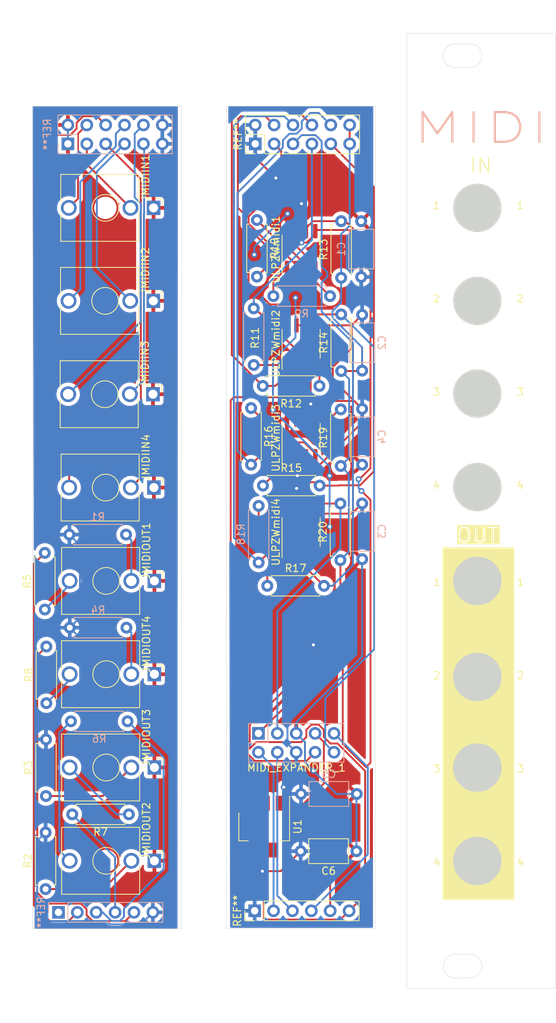
<source format=kicad_pcb>
(kicad_pcb (version 20221018) (generator pcbnew)
  (layers (0 "F.Cu" signal) (31 "B.Cu" signal) (34 "B.Paste" user) (35 "F.Paste" user) (36 "B.SilkS" user "B.Silkscreen") (37 "F.SilkS" user "F.Silkscreen") (38 "B.Mask" user) (39 "F.Mask" user) (44 "Edge.Cuts" user))
  (net 0 "")
  (net 1 "+5V")
  (net 2 "GND")
  (net 3 "MIDI_1_RX")
  (net 4 "MIDI_1_TX")
  (net 5 "MIDI_2_RX")
  (net 6 "MIDI_2_TX")
  (net 7 "MIDI_3_RX")
  (net 8 "MIDI_3_TX")
  (net 9 "MIDI_4_RX")
  (net 10 "MIDI_4_TX")
  (net 11 "+3V3")
  (net 12 "Net-(ULPZWmidi1-A1)")
  (net 13 "MIDI_IN_R_1")
  (net 14 "Net-(ULPZWmidi1-A2)")
  (net 15 "MIDI_IN_T_1")
  (net 16 "Net-(ULPZWmidi2-A1)")
  (net 17 "MIDI_IN_R_2")
  (net 18 "Net-(ULPZWmidi2-A2)")
  (net 19 "MIDI_IN_T_2")
  (net 20 "Net-(ULPZWmidi3-A1)")
  (net 21 "MIDI_IN_R_4")
  (net 22 "Net-(ULPZWmidi3-A2)")
  (net 23 "MIDI_IN_T_4")
  (net 24 "Net-(ULPZWmidi4-A1)")
  (net 25 "MIDI_IN_R_3")
  (net 26 "Net-(ULPZWmidi4-A2)")
  (net 27 "MIDI_IN_T_3")
  (net 28 "Net-(JMIDIOUT1-PadR)")
  (net 29 "Net-(JMIDIOUT1-PadT)")
  (net 30 "Net-(JMIDIOUT2-PadR)")
  (net 31 "Net-(JMIDIOUT2-PadT)")
  (net 32 "Net-(JMIDIOUT3-PadR)")
  (net 33 "Net-(JMIDIOUT3-PadT)")
  (net 34 "Net-(JMIDIOUT4-PadR)")
  (net 35 "Net-(JMIDIOUT4-PadT)")
  (footprint "Connector_PinHeader_2.54mm:PinHeader_2x06_P2.54mm_Vertical" (layer "F.Cu") (at 204.0382 55.1688 90)
    (fp_text reference "REF**")
    (fp_text value "PinHeader_2x06_P2.54mm_Vertical")
  )
  (footprint "doctea:Jack_3.5mm_QingPu_WQP-PJ398SM_TRS_Vertical_CircularHoles" (layer "F.Cu") (at 190.3326 76.294977 -90)
    (fp_text reference "JMIDIIN2")
    (fp_text value "MIDI In Jack 3.5mm stereo jack")
  )
  (footprint "doctea:Jack_3.5mm_QingPu_WQP-PJ398SM_TRS_Vertical_CircularHoles" (layer "F.Cu") (at 190.3626 63.78 -90)
    (fp_text reference "JMIDIIN1")
    (fp_text value "MIDI In Jack 3.5mm stereo jack")
  )
  (footprint "doctea:Jack_3.5mm_QingPu_WQP-PJ398SM_TRS_Vertical_CircularHoles" (layer "F.Cu") (at 190.4758 151.638 -90)
    (fp_text reference "JMIDIOUT2")
    (fp_text value "MIDI In Jack 3.5mm stereo jack")
  )
  (footprint "Package_SO:SOIC-8_3.9x4.9mm_P1.27mm" (layer "F.Cu") (at 210.2104 82.060972 90)
    (fp_text reference "ULPZWmidi2")
    (fp_text value "HCPL-0631")
  )
  (footprint "doctea:Jack_3.5mm_QingPu_WQP-PJ398SM_TRS_Vertical_CircularHoles" (layer "F.Cu") (at 190.4758 126.52943 -90)
    (fp_text reference "JMIDIOUT4")
    (fp_text value "MIDI In Jack 3.5mm stereo jack")
  )
  (footprint "Connector_PinHeader_2.54mm:PinHeader_1x06_P2.54mm_Vertical" (layer "F.Cu") (at 203.962 158.369 90)
    (fp_text reference "REF**")
    (fp_text value "PinHeader_1x06_P2.54mm_Vertical")
  )
  (footprint "Resistor_THT:R_Axial_DIN0207_L6.3mm_D2.5mm_P7.62mm_Horizontal" (layer "F.Cu") (at 215.4936 111.187458 90)
    (fp_text reference "R20")
    (fp_text value "470R")
  )
  (footprint "Capacitor_THT:C_Axial_L5.1mm_D3.1mm_P7.50mm_Horizontal" (layer "F.Cu") (at 217.6526 150.3426 180)
    (fp_text reference "C6")
    (fp_text value "100n")
  )
  (footprint "Resistor_THT:R_Axial_DIN0207_L6.3mm_D2.5mm_P7.62mm_Horizontal" (layer "F.Cu") (at 215.5952 73.189058 90)
    (fp_text reference "R13")
    (fp_text value "470R")
  )
  (footprint "Resistor_THT:R_Axial_DIN0207_L6.3mm_D2.5mm_P7.62mm_Horizontal" (layer "F.Cu") (at 175.895 142.9258 90)
    (fp_text reference "R3")
    (fp_text value "47R")
  )
  (footprint "Resistor_THT:R_Axial_DIN0207_L6.3mm_D2.5mm_P7.62mm_Horizontal" (layer "F.Cu") (at 205.6638 114.641858)
    (fp_text reference "R17")
    (fp_text value "220R")
  )
  (footprint "Package_SO:SOIC-8_3.9x4.9mm_P1.27mm" (layer "F.Cu") (at 210.2104 107.4024 90)
    (fp_text reference "ULPZWmidi4")
    (fp_text value "HCPL-0631")
  )
  (footprint "Resistor_THT:R_Axial_DIN0207_L6.3mm_D2.5mm_P7.62mm_Horizontal" (layer "F.Cu") (at 212.6742 87.743258 180)
    (fp_text reference "R12")
    (fp_text value "220R")
  )
  (footprint "Resistor_THT:R_Axial_DIN0207_L6.3mm_D2.5mm_P7.62mm_Horizontal" (layer "F.Cu") (at 175.9458 130.429 90)
    (fp_text reference "R8")
    (fp_text value "47R")
  )
  (footprint "Resistor_THT:R_Axial_DIN0207_L6.3mm_D2.5mm_P7.62mm_Horizontal" (layer "F.Cu") (at 204.2668 65.416658 -90)
    (fp_text reference "R10")
    (fp_text value "220R")
  )
  (footprint "Resistor_THT:R_Axial_DIN0207_L6.3mm_D2.5mm_P7.62mm_Horizontal" (layer "F.Cu") (at 215.5444 98.512858 90)
    (fp_text reference "R19")
    (fp_text value "470R")
  )
  (footprint "doctea:Jack_3.5mm_QingPu_WQP-PJ398SM_TRS_Vertical_CircularHoles" (layer "F.Cu") (at 190.41 101.416651 -90)
    (fp_text reference "JMIDIIN4")
    (fp_text value "MIDI In Jack 3.5mm stereo jack")
  )
  (footprint "Resistor_THT:R_Axial_DIN0207_L6.3mm_D2.5mm_P7.62mm_Horizontal" (layer "F.Cu") (at 175.8442 155.448 90)
    (fp_text reference "R2")
    (fp_text value "47R")
  )
  (footprint "doctea:Jack_3.5mm_QingPu_WQP-PJ398SM_TRS_Vertical_CircularHoles" (layer "F.Cu") (at 190.4758 139.083715 -90)
    (fp_text reference "JMIDIOUT3")
    (fp_text value "MIDI In Jack 3.5mm stereo jack")
  )
  (footprint "Package_SO:SOIC-8_3.9x4.9mm_P1.27mm" (layer "F.Cu") (at 210.2104 69.390258 90)
    (fp_text reference "ULPZWmidi1")
    (fp_text value "HCPL-0631")
  )
  (footprint "Resistor_THT:R_Axial_DIN0207_L6.3mm_D2.5mm_P7.62mm_Horizontal" (layer "F.Cu") (at 187.0456 145.3896 180)
    (fp_text reference "R7")
    (fp_text value "47R")
  )
  (footprint "doctea:Jack_3.5mm_QingPu_WQP-PJ398SM_TRS_Vertical_CircularHoles" (layer "F.Cu") (at 190.2826 88.855814 -90)
    (fp_text reference "JMIDIIN3")
    (fp_text value "MIDI In Jack 3.5mm stereo jack")
  )
  (footprint "Resistor_THT:R_Axial_DIN0207_L6.3mm_D2.5mm_P7.62mm_Horizontal" (layer "F.Cu") (at 205.0796 101.154458)
    (fp_text reference "R15")
    (fp_text value "220R")
  )
  (footprint "Package_SO:SOIC-8_3.9x4.9mm_P1.27mm" (layer "F.Cu") (at 210.2104 94.731686 90)
    (fp_text reference "ULPZWmidi3")
    (fp_text value "HCPL-0631")
  )
  (footprint "Package_TO_SOT_SMD:SOT-223-3_TabPin2" (layer "F.Cu") (at 205.2434 147.041 -90)
    (fp_text reference "U1")
    (fp_text value "LD1117")
  )
  (footprint "Resistor_THT:R_Axial_DIN0207_L6.3mm_D2.5mm_P7.62mm_Horizontal" (layer "F.Cu") (at 175.7426 117.8306 90)
    (fp_text reference "R5")
    (fp_text value "47R")
  )
  (footprint "doctea:Jack_3.5mm_QingPu_WQP-PJ398SM_TRS_Vertical_CircularHoles" (layer "F.Cu") (at 190.4758 113.975145 -90)
    (fp_text reference "JMIDIOUT1")
    (fp_text value "MIDI In Jack 3.5mm stereo jack")
  )
  (footprint "Resistor_THT:R_Axial_DIN0207_L6.3mm_D2.5mm_P7.62mm_Horizontal" (layer "F.Cu") (at 203.4794 90.715058 -90)
    (fp_text reference "R16")
    (fp_text value "220R")
  )
  (footprint "Resistor_THT:R_Axial_DIN0207_L6.3mm_D2.5mm_P7.62mm_Horizontal" (layer "F.Cu") (at 215.5952 85.736658 90)
    (fp_text reference "R14")
    (fp_text value "470R")
  )
  (footprint "Resistor_THT:R_Axial_DIN0207_L6.3mm_D2.5mm_P7.62mm_Horizontal" (layer "B.Cu") (at 206.4766 75.652858)
    (fp_text reference "R9")
    (fp_text value "220R")
  )
  (footprint "Connector_PinSocket_2.54mm:PinSocket_2x06_P2.54mm_Vertical" (layer "B.Cu") (at 178.8414 55.1688 -90)
    (fp_text reference "REF**")
    (fp_text value "PinSocket_2x06_P2.54mm_Vertical")
  )
  (footprint "Capacitor_THT:C_Axial_L5.1mm_D3.1mm_P7.50mm_Horizontal" (layer "B.Cu") (at 218.4146 85.676658 90)
    (fp_text reference "C2")
    (fp_text value "100nF")
  )
  (footprint "Resistor_THT:R_Axial_DIN0207_L6.3mm_D2.5mm_P7.62mm_Horizontal" (layer "B.Cu") (at 204.4954 103.886 -90)
    (fp_text reference "R18")
    (fp_text value "220R")
  )
  (footprint "Capacitor_THT:C_Axial_L5.1mm_D3.1mm_P7.50mm_Horizontal" (layer "B.Cu") (at 217.6942 142.6464 180)
    (fp_text reference "C5")
    (fp_text value "100n")
  )
  (footprint "Connector_PinHeader_2.54mm:PinHeader_1x06_P2.54mm_Vertical" (layer "B.Cu") (at 177.5714 158.5722 -90)
    (fp_text reference "REF**")
    (fp_text value "PinHeader_1x06_P2.54mm_Vertical")
  )
  (footprint "Resistor_THT:R_Axial_DIN0207_L6.3mm_D2.5mm_P7.62mm_Horizontal" (layer "B.Cu") (at 186.6646 107.7468 180)
    (fp_text reference "R1")
    (fp_text value "47R")
  )
  (footprint "Resistor_THT:R_Axial_DIN0207_L6.3mm_D2.5mm_P7.62mm_Horizontal" (layer "B.Cu") (at 186.7154 120.269 180)
    (fp_text reference "R4")
    (fp_text value "47R")
  )
  (footprint "Capacitor_THT:C_Axial_L5.1mm_D3.1mm_P7.50mm_Horizontal" (layer "B.Cu") (at 218.4146 98.335058 90)
    (fp_text reference "C4")
    (fp_text value "100n")
  )
  (footprint "Connector_PinHeader_2.54mm:PinHeader_2x05_P2.54mm_Vertical" (layer "B.Cu") (at 204.47 134.493 -90)
    (fp_text reference "MIDI_EXPANDER_1")
    (fp_text value "Conn_02x05_Counter_Clockwise")
  )
  (footprint "Capacitor_THT:C_Axial_L5.1mm_D3.1mm_P7.50mm_Horizontal" (layer "B.Cu") (at 218.2876 65.578258 -90)
    (fp_text reference "C1")
    (fp_text value "100nF")
  )
  (footprint "Resistor_THT:R_Axial_DIN0207_L6.3mm_D2.5mm_P7.62mm_Horizontal" (layer "B.Cu") (at 203.835 84.923858 90)
    (fp_text reference "R11")
    (fp_text value "220R")
  )
  (footprint "Resistor_THT:R_Axial_DIN0207_L6.3mm_D2.5mm_P7.62mm_Horizontal" (layer "B.Cu") (at 179.2478 132.8674)
    (fp_text reference "R6")
    (fp_text value "47R")
  )
  (footprint "Capacitor_THT:C_Axial_L5.1mm_D3.1mm_P7.50mm_Horizontal" (layer "B.Cu") (at 218.4146 111.051258 90)
    (fp_text reference "C3")
    (fp_text value "100n")
  )
  (gr_rect (start 229.2858 109.5248) (end 238.8108 156.8196) (stroke (width 0.12)) (fill solid) (layer "F.SilkS"))
  (gr_line (start 194.1006 50.1142) (end 174.1006 50.1142) (stroke (width 0.05)) (layer "Edge.Cuts"))
  (gr_line (start 232.9242 164.2098) (end 230.9242 164.2098) (stroke (width 0.05)) (layer "Edge.Cuts"))
  (gr_line (start 244.4242 168.8098) (end 244.4242 40.3098) (stroke (width 0.05)) (layer "Edge.Cuts"))
  (gr_circle (center 233.9086 63.78) (end 237.141492 63.78) (stroke (width 0.05)) (fill solid) (layer "Edge.Cuts"))
  (gr_line (start 200.1538 160.7693) (end 220.1538 160.7693) (stroke (width 0.05)) (layer "Edge.Cuts"))
  (gr_circle (center 233.9086 88.7666) (end 237.141492 88.7666) (stroke (width 0.05)) (fill solid) (layer "Edge.Cuts"))
  (gr_line (start 244.4242 40.3098) (end 224.4242 40.3098) (stroke (width 0.05)) (layer "Edge.Cuts"))
  (gr_line (start 194.0738 160.782) (end 194.1006 50.1142) (stroke (width 0.05)) (layer "Edge.Cuts"))
  (gr_line (start 174.1006 50.1142) (end 174.0738 160.782) (stroke (width 0.05)) (layer "Edge.Cuts"))
  (gr_line (start 232.9242 41.7098) (end 230.9242 41.7098) (stroke (width 0.05)) (layer "Edge.Cuts"))
  (gr_line (start 220.1538 160.7693) (end 220.1806 50.1015) (stroke (width 0.05)) (layer "Edge.Cuts"))
  (gr_circle (center 233.9086 126.9026) (end 237.141492 126.9026) (stroke (width 0.05)) (fill solid) (layer "Edge.Cuts"))
  (gr_arc (start 230.9242 167.4098) (mid 229.3242 165.8098) (end 230.9242 164.2098) (stroke (width 0.05)) (layer "Edge.Cuts"))
  (gr_arc (start 232.9242 164.2098) (mid 234.5242 165.8098) (end 232.9242 167.4098) (stroke (width 0.05)) (layer "Edge.Cuts"))
  (gr_line (start 224.4242 40.3098) (end 224.4242 168.8098) (stroke (width 0.05)) (layer "Edge.Cuts"))
  (gr_line (start 224.4242 168.8098) (end 244.4242 168.8098) (stroke (width 0.05)) (layer "Edge.Cuts"))
  (gr_line (start 200.1806 50.1015) (end 200.1538 160.7693) (stroke (width 0.05)) (layer "Edge.Cuts"))
  (gr_circle (center 233.9086 139.0994) (end 237.141492 139.0994) (stroke (width 0.05)) (fill solid) (layer "Edge.Cuts"))
  (gr_line (start 230.9242 44.9098) (end 232.9242 44.9098) (stroke (width 0.05)) (layer "Edge.Cuts"))
  (gr_circle (center 233.9086 76.294508) (end 237.141492 76.294508) (stroke (width 0.05)) (fill solid) (layer "Edge.Cuts"))
  (gr_circle (center 233.9086 113.9778) (end 237.141492 113.9778) (stroke (width 0.05)) (fill solid) (layer "Edge.Cuts"))
  (gr_arc (start 232.9242 41.7098) (mid 234.5242 43.3098) (end 232.9242 44.9098) (stroke (width 0.05)) (layer "Edge.Cuts"))
  (gr_line (start 220.1806 50.1015) (end 200.1806 50.1015) (stroke (width 0.05)) (layer "Edge.Cuts"))
  (gr_circle (center 233.9086 101.346) (end 237.141492 101.346) (stroke (width 0.05)) (fill solid) (layer "Edge.Cuts"))
  (gr_line (start 174.0738 160.782) (end 194.0738 160.782) (stroke (width 0.05)) (layer "Edge.Cuts"))
  (gr_arc (start 230.9242 44.9098) (mid 229.3242 43.3098) (end 230.9242 41.7098) (stroke (width 0.05)) (layer "Edge.Cuts"))
  (gr_line (start 230.9242 167.4098) (end 232.9242 167.4098) (stroke (width 0.05)) (layer "Edge.Cuts"))
  (gr_circle (center 233.9086 151.66) (end 237.141492 151.66) (stroke (width 0.05)) (fill solid) (layer "Edge.Cuts"))
  (gr_text "MIDI" (at 224.917 55.3974) (layer "B.SilkS") (effects (font (size 4 6) (thickness 0.3) bold) (justify left bottom)))
  (gr_text "4\n" (at 227.838 101.697971) (layer "F.SilkS") (effects (font (size 1 1)) (justify left bottom)))
  (gr_text "4\n" (at 239.141 152.4) (layer "F.SilkS") (effects (font (size 1 1)) (justify left bottom)))
  (gr_text "2" (at 239.0902 76.588257) (layer "F.SilkS") (effects (font (size 1 1)) (justify left bottom)))
  (gr_text "3\n" (at 227.838 89.143114) (layer "F.SilkS") (effects (font (size 1 1)) (justify left bottom)))
  (gr_text "2" (at 239.141 127.290286) (layer "F.SilkS") (effects (font (size 1 1)) (justify left bottom)))
  (gr_text "OUT" (at 231.013 109.0168) (layer "F.SilkS" knockout) (effects (font (size 2 2)) (justify left bottom)))
  (gr_text "1" (at 227.838 64.0334) (layer "F.SilkS") (effects (font (size 1 1)) (justify left bottom)))
  (gr_text "4\n" (at 239.0902 101.697971) (layer "F.SilkS") (effects (font (size 1 1)) (justify left bottom)))
  (gr_text "4\n" (at 227.8888 152.4) (layer "F.SilkS") (effects (font (size 1 1)) (justify left bottom)))
  (gr_text "1" (at 239.141 114.735429) (layer "F.SilkS") (effects (font (size 1 1)) (justify left bottom)))
  (gr_text "1" (at 227.8888 114.735429) (layer "F.SilkS") (effects (font (size 1 1)) (justify left bottom)))
  (gr_text "2" (at 227.838 76.588257) (layer "F.SilkS") (effects (font (size 1 1)) (justify left bottom)))
  (gr_text "2" (at 227.8888 127.290286) (layer "F.SilkS") (effects (font (size 1 1)) (justify left bottom)))
  (gr_text "1" (at 239.0902 64.0334) (layer "F.SilkS") (effects (font (size 1 1)) (justify left bottom)))
  (gr_text "3\n" (at 227.8888 139.845143) (layer "F.SilkS") (effects (font (size 1 1)) (justify left bottom)))
  (gr_text "3\n" (at 239.0902 89.143114) (layer "F.SilkS") (effects (font (size 1 1)) (justify left bottom)))
  (gr_text "IN" (at 232.7656 59.2582) (layer "F.SilkS") (effects (font (size 2 2)) (justify left bottom)))
  (gr_text "3\n" (at 239.141 139.845143) (layer "F.SilkS") (effects (font (size 1 1)) (justify left bottom)))
  (segment (start 202.9434 143.891) (end 207.3122 139.5222) (width 0.25) (layer "F.Cu") (net 1))
  (segment (start 206.010609 76.777858) (end 203.1418 73.909049) (width 0.25) (layer "F.Cu") (net 1))
  (segment (start 208.540342 76.777858) (end 206.010609 76.777858) (width 0.25) (layer "F.Cu") (net 1))
  (segment (start 208.3816 66.839058) (end 208.3054 66.915258) (width 0.25) (layer "F.Cu") (net 1))
  (segment (start 218.4146 111.051258) (end 214.040243 106.676901) (width 0.25) (layer "F.Cu") (net 1))
  (segment (start 216.927658 99.822) (end 214.040243 99.822) (width 0.25) (layer "F.Cu") (net 1))
  (segment (start 208.911901 106.676901) (end 208.3054 106.0704) (width 0.25) (layer "F.Cu") (net 1))
  (segment (start 209.4484 75.8698) (end 208.540342 76.777858) (width 0.25) (layer "F.Cu") (net 1))
  (segment (start 208.3816 64.5668) (end 208.3816 66.839058) (width 0.25) (layer "F.Cu") (net 1))
  (segment (start 218.4146 98.335058) (end 216.927658 99.822) (width 0.25) (layer "F.Cu") (net 1))
  (segment (start 208.3054 106.0704) (end 208.3054 104.9274) (width 0.25) (layer "F.Cu") (net 1))
  (segment (start 207.699686 92.256686) (end 206.4258 90.9828) (width 0.25) (layer "F.Cu") (net 1))
  (segment (start 208.3054 79.585972) (end 208.3054 77.0128) (width 0.25) (layer "F.Cu") (net 1))
  (segment (start 208.3054 77.0128) (end 209.4484 75.8698) (width 0.25) (layer "F.Cu") (net 1))
  (segment (start 203.1418 70.848) (end 203.9112 70.0786) (width 0.25) (layer "F.Cu") (net 1))
  (segment (start 214.040243 106.676901) (end 208.911901 106.676901) (width 0.25) (layer "F.Cu") (net 1))
  (segment (start 207.3122 139.5222) (end 211.861399 139.5222) (width 0.25) (layer "F.Cu") (net 1))
  (segment (start 203.1418 73.909049) (end 203.1418 70.848) (width 0.25) (layer "F.Cu") (net 1))
  (segment (start 208.3054 92.256686) (end 207.699686 92.256686) (width 0.25) (layer "F.Cu") (net 1))
  (via (at 209.4484 75.8698) (size 0.8) (drill 0.4) (layers "F.Cu" "B.Cu") (net 1))
  (via (at 203.9112 70.0786) (size 0.8) (drill 0.4) (layers "F.Cu" "B.Cu") (net 1))
  (via (at 214.040243 106.676901) (size 0.8) (drill 0.4) (layers "F.Cu" "B.Cu") (net 1))
  (via (at 211.861399 139.5222) (size 0.8) (drill 0.4) (layers "F.Cu" "B.Cu") (net 1))
  (via (at 208.3816 64.5668) (size 0.8) (drill 0.4) (layers "F.Cu" "B.Cu") (net 1))
  (via (at 206.4258 90.9828) (size 0.8) (drill 0.4) (layers "F.Cu" "B.Cu") (net 1))
  (via (at 214.040243 99.822) (size 0.8) (drill 0.4) (layers "F.Cu" "B.Cu") (net 1))
  (segment (start 214.040243 99.822) (end 214.040243 98.597243) (width 0.25) (layer "B.Cu") (net 1))
  (segment (start 203.9112 70.0786) (end 203.9112 69.0372) (width 0.25) (layer "B.Cu") (net 1))
  (segment (start 218.4146 124.15451) (end 209.55 133.01911) (width 0.25) (layer "B.Cu") (net 1))
  (segment (start 210.725 138.385801) (end 210.725 135.668) (width 0.25) (layer "B.Cu") (net 1))
  (segment (start 209.55 133.01911) (end 209.55 134.493) (width 0.25) (layer "B.Cu") (net 1))
  (segment (start 214.040243 106.676901) (end 214.040243 99.822) (width 0.25) (layer "B.Cu") (net 1))
  (segment (start 210.725 135.668) (end 209.55 134.493) (width 0.25) (layer "B.Cu") (net 1))
  (segment (start 214.040243 98.597243) (end 206.4258 90.9828) (width 0.25) (layer "B.Cu") (net 1))
  (segment (start 203.9112 69.0372) (end 208.3816 64.5668) (width 0.25) (layer "B.Cu") (net 1))
  (segment (start 218.4146 111.051258) (end 218.4146 124.15451) (width 0.25) (layer "B.Cu") (net 1))
  (segment (start 217.6526 150.3426) (end 217.6526 142.688) (width 0.25) (layer "B.Cu") (net 1))
  (segment (start 214.985599 142.6464) (end 211.861399 139.5222) (width 0.25) (layer "B.Cu") (net 1))
  (segment (start 217.6942 142.6464) (end 214.985599 142.6464) (width 0.25) (layer "B.Cu") (net 1))
  (segment (start 206.4258 90.9828) (end 206.4258 84.2518) (width 0.25) (layer "B.Cu") (net 1))
  (segment (start 209.4484 81.2292) (end 209.4484 75.8698) (width 0.25) (layer "B.Cu") (net 1))
  (segment (start 211.861399 139.5222) (end 210.725 138.385801) (width 0.25) (layer "B.Cu") (net 1))
  (segment (start 206.4258 84.2518) (end 209.4484 81.2292) (width 0.25) (layer "B.Cu") (net 1))
  (segment (start 212.1154 90.7796) (end 211.5058 90.17) (width 0.25) (layer "F.Cu") (net 2))
  (segment (start 218.4146 103.551258) (end 217.038458 104.9274) (width 0.25) (layer "F.Cu") (net 2))
  (segment (start 208.9504 105.949151) (end 208.9504 102.172065) (width 0.25) (layer "F.Cu") (net 2))
  (segment (start 212.1154 105.304151) (end 211.192151 106.2274) (width 0.25) (layer "F.Cu") (net 2))
  (segment (start 212.1154 92.256686) (end 212.1154 90.7796) (width 0.25) (layer "F.Cu") (net 2))
  (segment (start 218.4146 92.6592) (end 211.2518 99.822) (width 0.25) (layer "F.Cu") (net 2))
  (segment (start 218.2876 68.32531) (end 216.721189 66.758899) (width 0.25) (layer "F.Cu") (net 2))
  (segment (start 211.4904 80.210972) (end 212.1154 79.585972) (width 0.25) (layer "F.Cu") (net 2))
  (segment (start 210.1526 150.3426) (end 207.4602 153.035) (width 0.25) (layer "F.Cu") (net 2))
  (segment (start 210.1526 146.5002) (end 207.5434 143.891) (width 0.25) (layer "F.Cu") (net 2))
  (segment (start 212.1154 92.256686) (end 212.1154 91.1352) (width 0.25) (layer "F.Cu") (net 2))
  (segment (start 217.3474 89.767858) (end 213.482742 89.767858) (width 0.25) (layer "F.Cu") (net 2))
  (segment (start 208.9504 102.172065) (end 209.597509 101.524956) (width 0.25) (layer "F.Cu") (net 2))
  (segment (start 211.5058 90.17) (end 211.4904 90.1546) (width 0.25) (layer "F.Cu") (net 2))
  (segment (start 204.0382 55.1688) (end 204.0382 56.9976) (width 0.25) (layer "F.Cu") (net 2))
  (segment (start 216.721189 66.758899) (end 212.280959 66.758899) (width 0.25) (layer "F.Cu") (net 2))
  (segment (start 218.4146 90.835058) (end 218.4146 92.6592) (width 0.25) (layer "F.Cu") (net 2))
  (segment (start 214.4702 86.890658) (end 218.4146 90.835058) (width 0.25) (layer "F.Cu") (net 2))
  (segment (start 217.005286 82.676353) (end 214.4702 85.211439) (width 0.25) (layer "F.Cu") (net 2))
  (segment (start 214.4702 85.211439) (end 214.4702 86.890658) (width 0.25) (layer "F.Cu") (net 2))
  (segment (start 217.038458 104.9274) (end 212.1154 104.9274) (width 0.25) (layer "F.Cu") (net 2))
  (segment (start 217.005286 79.585972) (end 217.005286 82.676353) (width 0.25) (layer "F.Cu") (net 2))
  (segment (start 218.4146 90.835058) (end 217.3474 89.767858) (width 0.25) (layer "F.Cu") (net 2))
  (segment (start 212.1154 67.292009) (end 212.1154 66.915258) (width 0.25) (layer "F.Cu") (net 2))
  (segment (start 212.1154 91.1352) (end 213.482742 89.767858) (width 0.25) (layer "F.Cu") (net 2))
  (segment (start 211.2518 99.822) (end 209.7024 99.822) (width 0.25) (layer "F.Cu") (net 2))
  (segment (start 190.49 122.6666) (end 190.5 122.6566) (width 0.25) (layer "F.Cu") (net 2))
  (segment (start 207.8736 141.732) (end 207.8736 143.5608) (width 0.25) (layer "F.Cu") (net 2))
  (segment (start 217.005286 79.585972) (end 212.1154 79.585972) (width 0.25) (layer "F.Cu") (net 2))
  (segment (start 211.192151 106.2274) (end 209.228649 106.2274) (width 0.25) (layer "F.Cu") (net 2))
  (segment (start 209.228649 106.2274) (end 208.9504 105.949151) (width 0.25) (layer "F.Cu") (net 2))
  (segment (start 211.4904 90.1546) (end 211.4904 80.210972) (width 0.25) (layer "F.Cu") (net 2))
  (segment (start 218.2876 73.078258) (end 218.2876 68.32531) (width 0.25) (layer "F.Cu") (net 2))
  (segment (start 210.2612 68.453) (end 210.954409 68.453) (width 0.25) (layer "F.Cu") (net 2))
  (segment (start 210.954409 68.453) (end 212.1154 67.292009) (width 0.25) (layer "F.Cu") (net 2))
  (segment (start 218.4146 78.176658) (end 217.005286 79.585972) (width 0.25) (layer "F.Cu") (net 2))
  (segment (start 207.4602 153.035) (end 205.0034 153.035) (width 0.25) (layer "F.Cu") (net 2))
  (segment (start 204.0382 56.9976) (end 206.8068 59.7662) (width 0.25) (layer "F.Cu") (net 2))
  (segment (start 212.1154 104.9274) (end 212.1154 105.304151) (width 0.25) (layer "F.Cu") (net 2))
  (segment (start 210.1526 150.3426) (end 210.1526 146.5002) (width 0.25) (layer "F.Cu") (net 2))
  (via (at 207.8736 141.732) (size 0.8) (drill 0.4) (layers "F.Cu" "B.Cu") (net 2))
  (via (at 205.0034 153.035) (size 0.8) (drill 0.4) (layers "F.Cu" "B.Cu") (net 2))
  (via (at 211.8614 122.5804) (size 0.8) (drill 0.4) (layers "F.Cu" "B.Cu") (net 2))
  (via (at 206.8068 59.7662) (size 0.8) (drill 0.4) (layers "F.Cu" "B.Cu") (net 2))
  (via (at 209.7024 99.822) (size 0.8) (drill 0.4) (layers "F.Cu" "B.Cu") (net 2))
  (via (at 203.962 158.369) (size 0.8) (drill 0.4) (layers "F.Cu" "B.Cu") (net 2))
  (via (at 210.2612 68.453) (size 0.8) (drill 0.4) (layers "F.Cu" "B.Cu") (net 2))
  (via (at 211.5058 90.17) (size 0.8) (drill 0.4) (layers "F.Cu" "B.Cu") (net 2))
  (via (at 210.2612 63.2206) (size 0.8) (drill 0.4) (layers "F.Cu" "B.Cu") (net 2))
  (via (at 209.597509 101.524956) (size 0.8) (drill 0.4) (layers "F.Cu" "B.Cu") (net 2))
  (segment (start 209.55 137.033) (end 209.55 140.0556) (width 0.25) (layer "B.Cu") (net 2))
  (segment (start 218.4146 78.176658) (end 218.4146 73.205258) (width 0.25) (layer "B.Cu") (net 2))
  (segment (start 209.55 140.0556) (end 207.8736 141.732) (width 0.25) (layer "B.Cu") (net 2))
  (segment (start 178.8414 52.6288) (end 178.8414 55.1688) (width 0.25) (layer "B.Cu") (net 2))
  (segment (start 208.375 126.0668) (end 211.8614 122.5804) (width 0.25) (layer "B.Cu") (net 2))
  (segment (start 205.0034 153.035) (end 203.962 154.0764) (width 0.25) (layer "B.Cu") (net 2))
  (segment (start 210.2612 63.2206) (end 210.2612 68.453) (width 0.25) (layer "B.Cu") (net 2))
  (segment (start 208.375 135.858) (end 208.375 126.0668) (width 0.25) (layer "B.Cu") (net 2))
  (segment (start 206.8068 59.7662) (end 210.2612 63.2206) (width 0.25) (layer "B.Cu") (net 2))
  (segment (start 203.962 154.0764) (end 203.962 158.369) (width 0.25) (layer "B.Cu") (net 2))
  (segment (start 203.295 157.702) (end 203.962 158.369) (width 0.25) (layer "B.Cu") (net 2))
  (segment (start 208.788 142.6464) (end 207.8736 141.732) (width 0.25) (layer "B.Cu") (net 2))
  (segment (start 218.4146 73.205258) (end 218.2876 73.078258) (width 0.25) (layer "B.Cu") (net 2))
  (segment (start 210.1942 142.6464) (end 208.788 142.6464) (width 0.25) (layer "B.Cu") (net 2))
  (segment (start 209.55 137.033) (end 208.375 135.858) (width 0.25) (layer "B.Cu") (net 2))
  (segment (start 219.5396 138.42329) (end 219.5396 103.08129) (width 0.25) (layer "F.Cu") (net 3))
  (segment (start 204.47 134.493) (end 215.805499 123.157501) (width 0.25) (layer "F.Cu") (net 3))
  (segment (start 215.5952 65.569058) (end 211.814849 65.569058) (width 0.25) (layer "F.Cu") (net 3))
  (segment (start 219.5396 68.94162) (end 216.167038 65.569058) (width 0.25) (layer "F.Cu") (net 3))
  (segment (start 210.8454 66.915258) (end 209.5754 66.915258) (width 0.25) (layer "F.Cu") (net 3))
  (segment (start 217.947749 100.3929) (end 219.5396 98.801049) (width 0.25) (layer "F.Cu") (net 3))
  (segment (start 217.947749 100.3929) (end 217.947749 100.294949) (width 0.25) (layer "F.Cu") (net 3))
  (segment (start 215.805499 123.157501) (end 215.805499 135.911108) (width 0.25) (layer "F.Cu") (net 3))
  (segment (start 217.947749 100.294949) (end 217.932 100.2792) (width 0.25) (layer "F.Cu") (net 3))
  (segment (start 219.5396 103.08129) (end 218.330011 101.871701) (width 0.25) (layer "F.Cu") (net 3))
  (segment (start 218.928641 139.034249) (end 219.5396 138.42329) (width 0.25) (layer "F.Cu") (net 3))
  (segment (start 219.5396 98.801049) (end 219.5396 68.94162) (width 0.25) (layer "F.Cu") (net 3))
  (segment (start 211.814849 65.569058) (end 210.8454 66.538507) (width 0.25) (layer "F.Cu") (net 3))
  (segment (start 215.805499 135.911108) (end 218.928641 139.034249) (width 0.25) (layer "F.Cu") (net 3))
  (via (at 217.932 100.2792) (size 0.8) (drill 0.4) (layers "F.Cu" "B.Cu") (net 3))
  (via (at 218.330011 101.871701) (size 0.8) (drill 0.4) (layers "F.Cu" "B.Cu") (net 3))
  (segment (start 217.932 101.47369) (end 218.330011 101.871701) (width 0.25) (layer "B.Cu") (net 3))
  (segment (start 217.932 100.2792) (end 217.932 101.47369) (width 0.25) (layer "B.Cu") (net 3))
  (segment (start 178.9364 159.7472) (end 180.1114 158.5722) (width 0.25) (layer "F.Cu") (net 4))
  (segment (start 174.269699 157.620499) (end 176.3964 159.7472) (width 0.25) (layer "F.Cu") (net 4))
  (segment (start 175.7426 110.2106) (end 174.269699 111.683501) (width 0.25) (layer "F.Cu") (net 4))
  (segment (start 176.3964 159.7472) (end 178.9364 159.7472) (width 0.25) (layer "F.Cu") (net 4))
  (segment (start 174.269699 111.683501) (end 174.269699 157.620499) (width 0.25) (layer "F.Cu") (net 4))
  (segment (start 206.502 139.065) (end 204.47 137.033) (width 0.25) (layer "B.Cu") (net 4))
  (segment (start 206.502 158.369) (end 206.502 139.065) (width 0.25) (layer "B.Cu") (net 4))
  (segment (start 215.4936 103.567458) (end 211.828591 103.567458) (width 0.25) (layer "F.Cu") (net 5))
  (segment (start 211.828591 103.567458) (end 210.8454 104.550649) (width 0.25) (layer "F.Cu") (net 5))
  (segment (start 210.8454 104.9274) (end 209.5754 104.9274) (width 0.25) (layer "F.Cu") (net 5))
  (segment (start 207.01 134.493) (end 207.01 118.080067) (width 0.25) (layer "B.Cu") (net 5))
  (segment (start 215.4936 109.596467) (end 215.4936 103.567458) (width 0.25) (layer "B.Cu") (net 5))
  (segment (start 207.01 118.080067) (end 215.4936 109.596467) (width 0.25) (layer "B.Cu") (net 5))
  (segment (start 183.529699 158.5722) (end 184.704699 159.7472) (width 0.25) (layer "B.Cu") (net 6))
  (segment (start 182.6514 158.5722) (end 183.529699 158.5722) (width 0.25) (layer "B.Cu") (net 6))
  (segment (start 184.704699 159.7472) (end 185.8198 159.7472) (width 0.25) (layer "B.Cu") (net 6))
  (segment (start 185.8198 159.7472) (end 186.3852 159.1818) (width 0.25) (layer "B.Cu") (net 6))
  (segment (start 186.3852 158.0896) (end 191.7158 152.759) (width 0.25) (layer "B.Cu") (net 6))
  (segment (start 207.01 156.337) (end 207.01 137.033) (width 0.25) (layer "B.Cu") (net 6))
  (segment (start 191.7158 137.7154) (end 186.8678 132.8674) (width 0.25) (layer "B.Cu") (net 6))
  (segment (start 209.042 158.369) (end 207.01 156.337) (width 0.25) (layer "B.Cu") (net 6))
  (segment (start 186.3852 159.1818) (end 186.3852 158.0896) (width 0.25) (layer "B.Cu") (net 6))
  (segment (start 191.7158 152.759) (end 191.7158 137.7154) (width 0.25) (layer "B.Cu") (net 6))
  (segment (start 210.8454 79.585972) (end 209.5754 79.585972) (width 0.25) (layer "F.Cu") (net 7))
  (segment (start 215.5952 78.116658) (end 211.937963 78.116658) (width 0.25) (layer "F.Cu") (net 7))
  (segment (start 211.937963 78.116658) (end 210.8454 79.209221) (width 0.25) (layer "F.Cu") (net 7))
  (segment (start 215.5952 78.116658) (end 220.037807 82.559265) (width 0.25) (layer "B.Cu") (net 7))
  (segment (start 220.037807 123.166993) (end 213.455 129.7498) (width 0.25) (layer "B.Cu") (net 7))
  (segment (start 220.037807 82.559265) (end 220.037807 123.166993) (width 0.25) (layer "B.Cu") (net 7))
  (segment (start 213.455 129.7498) (end 213.455 135.858) (width 0.25) (layer "B.Cu") (net 7))
  (segment (start 213.455 135.858) (end 214.63 137.033) (width 0.25) (layer "B.Cu") (net 7))
  (segment (start 219.1766 150.7744) (end 219.1766 139.0396) (width 0.25) (layer "B.Cu") (net 8))
  (segment (start 211.582 158.369) (end 219.1766 150.7744) (width 0.25) (layer "B.Cu") (net 8))
  (segment (start 185.1914 151.1554) (end 179.4256 145.3896) (width 0.25) (layer "B.Cu") (net 8))
  (segment (start 185.1914 158.5722) (end 185.1914 151.1554) (width 0.25) (layer "B.Cu") (net 8))
  (segment (start 219.1766 139.0396) (end 214.63 134.493) (width 0.25) (layer "B.Cu") (net 8))
  (segment (start 201.168 89.2556) (end 208.2038 89.2556) (width 0.25) (layer "F.Cu") (net 9))
  (segment (start 212.690424 93.556686) (end 211.768649 93.556686) (width 0.25) (layer "F.Cu") (net 9))
  (segment (start 215.354252 90.892858) (end 212.690424 93.556686) (width 0.25) (layer "F.Cu") (net 9))
  (segment (start 215.5444 90.892858) (end 215.354252 90.892858) (width 0.25) (layer "F.Cu") (net 9))
  (segment (start 212.09 137.033) (end 210.915 138.208) (width 0.25) (layer "F.Cu") (net 9))
  (segment (start 210.8454 92.256686) (end 209.5754 92.256686) (width 0.25) (layer "F.Cu") (net 9))
  (segment (start 209.5754 90.6272) (end 209.5754 92.256686) (width 0.25) (layer "F.Cu") (net 9))
  (segment (start 200.7362 134.960901) (end 200.7362 89.6874) (width 0.25) (layer "F.Cu") (net 9))
  (segment (start 211.768649 93.556686) (end 210.8454 92.633437) (width 0.25) (layer "F.Cu") (net 9))
  (segment (start 208.2038 89.2556) (end 209.5754 90.6272) (width 0.25) (layer "F.Cu") (net 9))
  (segment (start 210.915 138.208) (end 203.983299 138.208) (width 0.25) (layer "F.Cu") (net 9))
  (segment (start 200.7362 89.6874) (end 201.168 89.2556) (width 0.25) (layer "F.Cu") (net 9))
  (segment (start 203.983299 138.208) (end 200.7362 134.960901) (width 0.25) (layer "F.Cu") (net 9))
  (segment (start 176.202409 157.3972) (end 180.598101 157.3972) (width 0.25) (layer "F.Cu") (net 10))
  (segment (start 180.598101 157.3972) (end 181.356 158.155099) (width 0.25) (layer "F.Cu") (net 10))
  (segment (start 213.265 135.668) (end 212.09 134.493) (width 0.25) (layer "F.Cu") (net 10))
  (segment (start 174.7192 155.913991) (end 176.202409 157.3972) (width 0.25) (layer "F.Cu") (net 10))
  (segment (start 214.122 158.369) (end 214.122 149.42958) (width 0.25) (layer "F.Cu") (net 10))
  (segment (start 182.183499 159.766) (end 186.5376 159.766) (width 0.25) (layer "F.Cu") (net 10))
  (segment (start 175.9458 122.809) (end 174.7192 124.0356) (width 0.25) (layer "F.Cu") (net 10))
  (segment (start 181.356 158.155099) (end 181.356 158.938501) (width 0.25) (layer "F.Cu") (net 10))
  (segment (start 186.5376 159.766) (end 187.7314 158.5722) (width 0.25) (layer "F.Cu") (net 10))
  (segment (start 181.356 158.938501) (end 182.183499 159.766) (width 0.25) (layer "F.Cu") (net 10))
  (segment (start 209.971798 145.279378) (end 209.971798 144.534622) (width 0.25) (layer "F.Cu") (net 10))
  (segment (start 209.971798 144.534622) (end 213.265 141.24142) (width 0.25) (layer "F.Cu") (net 10))
  (segment (start 174.7192 124.0356) (end 174.7192 155.913991) (width 0.25) (layer "F.Cu") (net 10))
  (segment (start 214.122 149.42958) (end 209.971798 145.279378) (width 0.25) (layer "F.Cu") (net 10))
  (segment (start 213.265 141.24142) (end 213.265 135.668) (width 0.25) (layer "F.Cu") (net 10))
  (segment (start 203.295 136.546299) (end 204.173299 135.668) (width 0.25) (layer "F.Cu") (net 11))
  (segment (start 213.265 134.979701) (end 214.143299 135.858) (width 0.25) (layer "F.Cu") (net 11))
  (segment (start 205.2434 143.891) (end 205.2434 150.191) (width 0.25) (layer "F.Cu") (net 11))
  (segment (start 205.2434 150.191) (end 204.2789 151.1555) (width 0.25) (layer "F.Cu") (net 11))
  (segment (start 214.143299 135.858) (end 215.116701 135.858) (width 0.25) (layer "F.Cu") (net 11))
  (segment (start 203.295 133.318) (end 203.295 136.546299) (width 0.25) (layer "F.Cu") (net 11))
  (segment (start 210.226701 135.668) (end 210.915 134.979701) (width 0.25) (layer "F.Cu") (net 11))
  (segment (start 204.2789 153.58119) (end 205.188899 154.491189) (width 0.25) (layer "F.Cu") (net 11))
  (segment (start 205.188899 159.383099) (end 205.3498 159.544) (width 0.25) (layer "F.Cu") (net 11))
  (segment (start 211.603299 133.318) (end 212.576701 133.318) (width 0.25) (layer "F.Cu") (net 11))
  (segment (start 218.8192 156.2118) (end 216.662 158.369) (width 0.25) (layer "F.Cu") (net 11))
  (segment (start 218.8192 139.560499) (end 218.8192 156.2118) (width 0.25) (layer "F.Cu") (net 11))
  (segment (start 205.3498 159.544) (end 215.487 159.544) (width 0.25) (layer "F.Cu") (net 11))
  (segment (start 215.116701 135.858) (end 218.8192 139.560499) (width 0.25) (layer "F.Cu") (net 11))
  (segment (start 204.2789 151.1555) (end 204.2789 153.58119) (width 0.25) (layer "F.Cu") (net 11))
  (segment (start 210.915 134.006299) (end 211.603299 133.318) (width 0.25) (layer "F.Cu") (net 11))
  (segment (start 204.173299 135.668) (end 210.226701 135.668) (width 0.25) (layer "F.Cu") (net 11))
  (segment (start 213.265 134.006299) (end 213.265 134.979701) (width 0.25) (layer "F.Cu") (net 11))
  (segment (start 215.487 159.544) (end 216.662 158.369) (width 0.25) (layer "F.Cu") (net 11))
  (segment (start 212.576701 133.318) (end 213.265 134.006299) (width 0.25) (layer "F.Cu") (net 11))
  (segment (start 205.188899 154.491189) (end 205.188899 159.383099) (width 0.25) (layer "F.Cu") (net 11))
  (segment (start 215.4936 111.187458) (end 215.4936 121.1194) (width 0.25) (layer "F.Cu") (net 11))
  (segment (start 215.5952 85.736658) (end 218.3546 85.736658) (width 0.25) (layer "F.Cu") (net 11))
  (segment (start 216.7382 55.1688) (end 216.7382 52.6288) (width 0.25) (layer "F.Cu") (net 11))
  (segment (start 215.4936 121.1194) (end 203.295 133.318) (width 0.25) (layer "F.Cu") (net 11))
  (segment (start 210.915 134.979701) (end 210.915 134.006299) (width 0.25) (layer "F.Cu") (net 11))
  (segment (start 216.7382 55.1688) (end 216.7382 66.167) (width 0.25) (layer "B.Cu") (net 11))
  (segment (start 175.895 134.17443) (end 180.4924 129.57703) (width 0.25) (layer "B.Cu") (net 11))
  (segment (start 180.4924 121.666) (end 179.0954 120.269) (width 0.25) (layer "B.Cu") (net 11))
  (segment (start 180.4658 118.8986) (end 179.0954 120.269) (width 0.25) (layer "B.Cu") (net 11))
  (segment (start 216.6694 86.810858) (end 215.5952 85.736658) (width 0.25) (layer "B.Cu") (net 11))
  (segment (start 190.2714 158.5722) (end 188.646899 160.196701) (width 0.25) (layer "B.Cu") (net 11))
  (segment (start 188.646899 160.196701) (end 184.51851 160.196701) (width 0.25) (layer "B.Cu") (net 11))
  (segment (start 215.5952 67.31) (end 215.5952 73.189058) (width 0.25) (layer "B.Cu") (net 11))
  (segment (start 215.5952 76.525667) (end 214.4268 77.694067) (width 0.25) (layer "B.Cu") (net 11))
  (segment (start 216.6186 110.062458) (end 215.4936 111.187458) (width 0.25) (layer "B.Cu") (net 11))
  (segment (start 179.0446 107.7468) (end 180.4658 109.168) (width 0.25) (layer "B.Cu") (net 11))
  (segment (start 216.7382 66.167) (end 215.5952 67.31) (width 0.25) (layer "B.Cu") (net 11))
  (segment (start 215.5444 98.512858) (end 216.6186 99.587058) (width 0.25) (layer "B.Cu") (net 11))
  (segment (start 184.069009 159.7472) (end 175.8762 159.7472) (width 0.25) (layer "B.Cu") (net 11))
  (segment (start 180.4658 109.168) (end 180.4658 118.8986) (width 0.25) (layer "B.Cu") (net 11))
  (segment (start 175.8762 159.7472) (end 174.7192 158.5902) (width 0.25) (layer "B.Cu") (net 11))
  (segment (start 184.51851 160.196701) (end 184.069009 159.7472) (width 0.25) (layer "B.Cu") (net 11))
  (segment (start 214.4268 78.5622) (end 218.4146 82.55) (width 0.25) (layer "B.Cu") (net 11))
  (segment (start 218.4146 82.55) (end 218.4146 85.676658) (width 0.25) (layer "B.Cu") (net 11))
  (segment (start 174.7192 158.5902) (end 174.7192 148.953) (width 0.25) (layer "B.Cu") (net 11))
  (segment (start 215.5952 73.189058) (end 215.5952 76.525667) (width 0.25) (layer "B.Cu") (net 11))
  (segment (start 214.4268 77.694067) (end 214.4268 78.5622) (width 0.25) (layer "B.Cu") (net 11))
  (segment (start 174.7192 148.953) (end 175.8442 147.828) (width 0.25) (layer "B.Cu") (net 11))
  (segment (start 215.5444 98.512858) (end 216.6694 97.387858) (width 0.25) (layer "B.Cu") (net 11))
  (segment (start 180.4924 129.57703) (end 180.4924 121.666) (width 0.25) (layer "B.Cu") (net 11))
  (segment (start 216.6186 99.587058) (end 216.6186 110.062458) (width 0.25) (layer "B.Cu") (net 11))
  (segment (start 175.895 135.3058) (end 175.895 134.17443) (width 0.25) (layer "B.Cu") (net 11))
  (segment (start 216.6694 97.387858) (end 216.6694 86.810858) (width 0.25) (layer "B.Cu") (net 11))
  (segment (start 206.4766 75.652858) (end 206.4766 73.694058) (width 0.25) (layer "F.Cu") (net 12))
  (segment (start 206.4766 73.694058) (end 208.3054 71.865258) (width 0.25) (layer "F.Cu") (net 12))
  (segment (start 214.0966 75.652858) (end 210.8454 72.401658) (width 0.25) (layer "F.Cu") (net 13))
  (segment (start 210.8454 71.488507) (end 208.114693 68.7578) (width 0.25) (layer "F.Cu") (net 13))
  (segment (start 206.016951 68.7578) (end 203.1418 65.882649) (width 0.25) (layer "F.Cu") (net 13))
  (segment (start 207.5313 60.561167) (end 207.5313 56.1219) (width 0.25) (layer "F.Cu") (net 13))
  (segment (start 203.1418 65.882649) (end 203.1418 64.950667) (width 0.25) (layer "F.Cu") (net 13))
  (segment (start 207.5313 56.1219) (end 206.5782 55.1688) (width 0.25) (layer "F.Cu") (net 13))
  (segment (start 208.114693 68.7578) (end 206.016951 68.7578) (width 0.25) (layer "F.Cu") (net 13))
  (segment (start 181.3814 55.1688) (end 181.3814 57.8988) (width 0.25) (layer "F.Cu") (net 13))
  (segment (start 203.1418 64.950667) (end 207.5313 60.561167) (width 0.25) (layer "F.Cu") (net 13))
  (segment (start 181.3814 57.8988) (end 187.2626 63.78) (width 0.25) (layer "F.Cu") (net 13))
  (segment (start 212.1154 71.488507) (end 209.291652 68.664759) (width 0.25) (layer "F.Cu") (net 14))
  (segment (start 208.627501 68.2498) (end 207.099942 68.2498) (width 0.25) (layer "F.Cu") (net 14))
  (segment (start 207.099942 68.2498) (end 204.2668 65.416658) (width 0.25) (layer "F.Cu") (net 14))
  (segment (start 209.04246 68.664759) (end 208.627501 68.2498) (width 0.25) (layer "F.Cu") (net 14))
  (segment (start 209.291652 68.664759) (end 209.04246 68.664759) (width 0.25) (layer "F.Cu") (net 14))
  (segment (start 209.5754 71.488507) (end 207.505093 69.4182) (width 0.25) (layer "F.Cu") (net 15))
  (segment (start 201.7014 51.8414) (end 202.089 51.4538) (width 0.25) (layer "F.Cu") (net 15))
  (segment (start 180.2064 62.5362) (end 178.9626 63.78) (width 0.25) (layer "F.Cu") (net 15))
  (segment (start 202.089 51.4538) (end 205.4032 51.4538) (width 0.25) (layer "F.Cu") (net 15))
  (segment (start 181.3814 52.6288) (end 180.2064 53.8038) (width 0.25) (layer "F.Cu") (net 15))
  (segment (start 207.505093 69.798365) (end 207.505093 69.4182) (width 0.25) (layer "F.Cu") (net 15))
  (segment (start 205.4032 51.4538) (end 206.5782 52.6288) (width 0.25) (layer "F.Cu") (net 15))
  (segment (start 180.2064 53.8038) (end 180.2064 62.5362) (width 0.25) (layer "F.Cu") (net 15))
  (segment (start 202.692299 66.068838) (end 202.692299 64.764478) (width 0.25) (layer "F.Cu") (net 15))
  (segment (start 201.7014 63.773579) (end 201.7014 51.8414) (width 0.25) (layer "F.Cu") (net 15))
  (segment (start 206.041661 69.4182) (end 202.692299 66.068838) (width 0.25) (layer "F.Cu") (net 15))
  (segment (start 207.505093 69.4182) (end 206.041661 69.4182) (width 0.25) (layer "F.Cu") (net 15))
  (segment (start 204.2668 73.036658) (end 207.505093 69.798365) (width 0.25) (layer "F.Cu") (net 15))
  (segment (start 202.692299 64.764478) (end 201.7014 63.773579) (width 0.25) (layer "F.Cu") (net 15))
  (segment (start 203.835 84.923858) (end 207.917514 84.923858) (width 0.25) (layer "F.Cu") (net 16))
  (segment (start 207.917514 84.923858) (end 208.3054 84.535972) (width 0.25) (layer "F.Cu") (net 16))
  (segment (start 210.8454 112.203458) (end 213.2838 114.641858) (width 0.25) (layer "F.Cu") (net 17))
  (segment (start 210.8454 109.8774) (end 210.8454 112.203458) (width 0.25) (layer "F.Cu") (net 17))
  (segment (start 188.6526 59.9) (end 188.6526 100.074051) (width 0.25) (layer "F.Cu") (net 17))
  (segment (start 183.9214 55.1688) (end 188.6526 59.9) (width 0.25) (layer "F.Cu") (net 17))
  (segment (start 188.6526 100.074051) (end 187.31 101.416651) (width 0.25) (layer "F.Cu") (net 17))
  (segment (start 212.144901 53.9938) (end 210.2932 53.9938) (width 0.25) (layer "B.Cu") (net 17))
  (segment (start 212.970602 77.741692) (end 212.970602 73.816821) (width 0.25) (layer "B.Cu") (net 17))
  (segment (start 213.2838 114.641858) (end 214.41517 114.641858) (width 0.25) (layer "B.Cu") (net 17))
  (segment (start 214.41517 114.641858) (end 217.1821 111.874928) (width 0.25) (layer "B.Cu") (net 17))
  (segment (start 213.736989 73.050434) (end 213.736989 72.450238) (width 0.25) (layer "B.Cu") (net 17))
  (segment (start 212.970602 73.816821) (end 213.736989 73.050434) (width 0.25) (layer "B.Cu") (net 17))
  (segment (start 212.970602 54.819501) (end 212.144901 53.9938) (width 0.25) (layer "B.Cu") (net 17))
  (segment (start 213.736989 72.450238) (end 212.970602 71.683851) (width 0.25) (layer "B.Cu") (net 17))
  (segment (start 210.2932 53.9938) (end 209.1182 55.1688) (width 0.25) (layer "B.Cu") (net 17))
  (segment (start 217.1821 111.874928) (end 217.1821 81.95319) (width 0.25) (layer "B.Cu") (net 17))
  (segment (start 217.1821 81.95319) (end 212.970602 77.741692) (width 0.25) (layer "B.Cu") (net 17))
  (segment (start 212.970602 71.683851) (end 212.970602 54.819501) (width 0.25) (layer "B.Cu") (net 17))
  (segment (start 212.6742 85.094772) (end 212.1154 84.535972) (width 0.25) (layer "F.Cu") (net 18))
  (segment (start 212.6742 87.743258) (end 212.6742 85.094772) (width 0.25) (layer "F.Cu") (net 18))
  (segment (start 182.7464 51.4538) (end 180.894699 51.4538) (width 0.25) (layer "F.Cu") (net 19))
  (segment (start 209.5754 109.500649) (end 208.558151 108.4834) (width 0.25) (layer "F.Cu") (net 19))
  (segment (start 208.558151 108.4834) (end 207.518 108.4834) (width 0.25) (layer "F.Cu") (net 19))
  (segment (start 180.0164 52.332099) (end 180.0164 53.115501) (width 0.25) (layer "F.Cu") (net 19))
  (segment (start 176.8094 92.837) (end 179.1208 95.1484) (width 0.25) (layer "F.Cu") (net 19))
  (segment (start 183.9214 52.6288) (end 182.7464 51.4538) (width 0.25) (layer "F.Cu") (net 19))
  (segment (start 179.182301 53.9496) (end 177.246547 53.9496) (width 0.25) (layer "F.Cu") (net 19))
  (segment (start 176.8094 54.386747) (end 176.8094 92.837) (width 0.25) (layer "F.Cu") (net 19))
  (segment (start 180.894699 51.4538) (end 180.0164 52.332099) (width 0.25) (layer "F.Cu") (net 19))
  (segment (start 177.246547 53.9496) (end 176.8094 54.386747) (width 0.25) (layer "F.Cu") (net 19))
  (segment (start 180.0164 53.115501) (end 179.182301 53.9496) (width 0.25) (layer "F.Cu") (net 19))
  (segment (start 207.518 108.4834) (end 204.4954 111.506) (width 0.25) (layer "F.Cu") (net 19))
  (segment (start 179.01 101.416651) (end 179.01 95.2592) (width 0.25) (layer "F.Cu") (net 19))
  (segment (start 204.4954 111.506) (end 201.168 108.1786) (width 0.25) (layer "B.Cu") (net 19))
  (segment (start 202.47 51.4538) (end 207.9432 51.4538) (width 0.25) (layer "B.Cu") (net 19))
  (segment (start 201.168 108.1786) (end 201.168 52.7558) (width 0.25) (layer "B.Cu") (net 19))
  (segment (start 201.168 52.7558) (end 202.47 51.4538) (width 0.25) (layer "B.Cu") (net 19))
  (segment (start 207.9432 51.4538) (end 209.1182 52.6288) (width 0.25) (layer "B.Cu") (net 19))
  (segment (start 208.3054 97.928658) (end 205.0796 101.154458) (width 0.25) (layer "F.Cu") (net 20))
  (segment (start 219.9896 60.9602) (end 219.9896 99.246198) (width 0.25) (layer "F.Cu") (net 21))
  (segment (start 212.244042 100.6989) (end 209.300702 100.6989) (width 0.25) (layer "F.Cu") (net 21))
  (segment (start 215.253342 101.154458) (end 212.6996 101.154458) (width 0.25) (layer "F.Cu") (net 21))
  (segment (start 212.6996 101.154458) (end 212.244042 100.6989) (width 0.25) (layer "F.Cu") (net 21))
  (segment (start 209.300702 100.6989) (end 208.9779 100.376098) (width 0.25) (layer "F.Cu") (net 21))
  (segment (start 208.9779 100.376098) (end 208.9779 99.521902) (width 0.25) (layer "F.Cu") (net 21))
  (segment (start 214.1982 55.1688) (end 219.9896 60.9602) (width 0.25) (layer "F.Cu") (net 21))
  (segment (start 219.9896 99.246198) (end 218.118398 101.1174) (width 0.25) (layer "F.Cu") (net 21))
  (segment (start 218.118398 101.1174) (end 215.2904 101.1174) (width 0.25) (layer "F.Cu") (net 21))
  (segment (start 215.2904 101.1174) (end 215.253342 101.154458) (width 0.25) (layer "F.Cu") (net 21))
  (segment (start 208.9779 99.521902) (end 210.8454 97.654402) (width 0.25) (layer "F.Cu") (net 21))
  (segment (start 210.8454 97.654402) (end 210.8454 97.206686) (width 0.25) (layer "F.Cu") (net 21))
  (segment (start 189.072101 64.571946) (end 189.072101 86.966313) (width 0.25) (layer "B.Cu") (net 21))
  (segment (start 189.102101 64.541946) (end 189.072101 64.571946) (width 0.25) (layer "B.Cu") (net 21))
  (segment (start 189.072101 86.966313) (end 187.1826 88.855814) (width 0.25) (layer "B.Cu") (net 21))
  (segment (start 189.102101 55.269501) (end 189.102101 64.541946) (width 0.25) (layer "B.Cu") (net 21))
  (segment (start 212.1154 96.829935) (end 210.621667 95.336202) (width 0.25) (layer "F.Cu") (net 22))
  (segment (start 208.100544 95.336202) (end 203.4794 90.715058) (width 0.25) (layer "F.Cu") (net 22))
  (segment (start 210.621667 95.336202) (end 208.100544 95.336202) (width 0.25) (layer "F.Cu") (net 22))
  (segment (start 208.554265 95.8088) (end 206.005658 95.8088) (width 0.25) (layer "F.Cu") (net 23))
  (segment (start 206.005658 95.8088) (end 203.4794 98.335058) (width 0.25) (layer "F.Cu") (net 23))
  (segment (start 209.5754 96.829935) (end 208.554265 95.8088) (width 0.25) (layer "F.Cu") (net 23))
  (segment (start 187.8264 62.378043) (end 188.6526 63.204243) (width 0.25) (layer "B.Cu") (net 23))
  (segment (start 187.8264 53.8038) (end 187.8264 62.378043) (width 0.25) (layer "B.Cu") (net 23))
  (segment (start 210.2932 53.115501) (end 209.604901 53.8038) (width 0.25) (layer "B.Cu") (net 23))
  (segment (start 212.573699 51.004299) (end 211.431 51.004299) (width 0.25) (layer "B.Cu") (net 23))
  (segment (start 189.0014 52.6288) (end 187.8264 53.8038) (width 0.25) (layer "B.Cu") (net 23))
  (segment (start 208.631499 53.8038) (end 207.7532 54.682099) (width 0.25) (layer "B.Cu") (net 23))
  (segment (start 188.6226 64.385757) (end 188.6226 79.115814) (width 0.25) (layer "B.Cu") (net 23))
  (segment (start 188.6526 64.355757) (end 188.6226 64.385757) (width 0.25) (layer "B.Cu") (net 23))
  (segment (start 188.6526 63.204243) (end 188.6526 64.355757) (width 0.25) (layer "B.Cu") (net 23))
  (segment (start 188.6226 79.115814) (end 178.8826 88.855814) (width 0.25) (layer "B.Cu") (net 23))
  (segment (start 207.7532 55.655501) (end 201.6506 61.758101) (width 0.25) (layer "B.Cu") (net 23))
  (segment (start 209.604901 53.8038) (end 208.631499 53.8038) (width 0.25) (layer "B.Cu") (net 23))
  (segment (start 201.6506 96.506258) (end 203.4794 98.335058) (width 0.25) (layer "B.Cu") (net 23))
  (segment (start 210.2932 52.142099) (end 210.2932 53.115501) (width 0.25) (layer "B.Cu") (net 23))
  (segment (start 211.431 51.004299) (end 210.2932 52.142099) (width 0.25) (layer "B.Cu") (net 23))
  (segment (start 214.1982 52.6288) (end 212.573699 51.004299) (width 0.25) (layer "B.Cu") (net 23))
  (segment (start 207.7532 54.682099) (end 207.7532 55.655501) (width 0.25) (layer "B.Cu") (net 23))
  (segment (start 201.6506 61.758101) (end 201.6506 96.506258) (width 0.25) (layer "B.Cu") (net 23))
  (segment (start 208.3054 109.8774) (end 205.6638 112.519) (width 0.25) (layer "F.Cu") (net 24))
  (segment (start 205.6638 112.519) (end 205.6638 114.641858) (width 0.25) (layer "F.Cu") (net 24))
  (segment (start 203.990037 77.303858) (end 210.8454 84.159221) (width 0.25) (layer "F.Cu") (net 25))
  (segment (start 203.835 75.917458) (end 211.6582 68.094258) (width 0.25) (layer "B.Cu") (net 25))
  (segment (start 186.4614 55.1688) (end 182.733533 58.896667) (width 0.25) (layer "B.Cu") (net 25))
  (segment (start 203.835 77.303858) (end 203.835 75.917458) (width 0.25) (layer "B.Cu") (net 25))
  (segment (start 211.6582 68.094258) (end 211.6582 55.1688) (width 0.25) (layer "B.Cu") (net 25))
  (segment (start 182.733533 58.896667) (end 182.733533 71.79591) (width 0.25) (layer "B.Cu") (net 25))
  (segment (start 182.733533 71.79591) (end 187.2326 76.294977) (width 0.25) (layer "B.Cu") (net 25))
  (segment (start 210.506252 107.891501) (end 205.859301 107.891501) (width 0.25) (layer "F.Cu") (net 26))
  (segment (start 205.859301 107.891501) (end 204.4954 106.5276) (width 0.25) (layer "F.Cu") (net 26))
  (segment (start 204.4954 106.5276) (end 204.4954 103.886) (width 0.25) (layer "F.Cu") (net 26))
  (segment (start 212.1154 109.500649) (end 210.506252 107.891501) (width 0.25) (layer "F.Cu") (net 26))
  (segment (start 201.5998 50.5714) (end 200.8886 51.2826) (width 0.25) (layer "F.Cu") (net 27))
  (segment (start 205.0542 87.743258) (end 206.744865 87.743258) (width 0.25) (layer "F.Cu") (net 27))
  (segment (start 209.6008 50.5714) (end 201.5998 50.5714) (width 0.25) (layer "F.Cu") (net 27))
  (segment (start 200.8886 51.2826) (end 200.8886 83.577658) (width 0.25) (layer "F.Cu") (net 27))
  (segment (start 206.744865 87.743258) (end 209.5754 84.912723) (width 0.25) (layer "F.Cu") (net 27))
  (segment (start 200.8886 83.577658) (end 205.0542 87.743258) (width 0.25) (layer "F.Cu") (net 27))
  (segment (start 211.6582 52.6288) (end 209.6008 50.5714) (width 0.25) (layer "F.Cu") (net 27))
  (segment (start 180.5178 60.2742) (end 180.5178 74.709777) (width 0.25) (layer "B.Cu") (net 27))
  (segment (start 185.2864 53.8038) (end 185.2864 55.5056) (width 0.25) (layer "B.Cu") (net 27))
  (segment (start 180.5178 74.709777) (end 178.9326 76.294977) (width 0.25) (layer "B.Cu") (net 27))
  (segment (start 186.4614 52.6288) (end 185.2864 53.8038) (width 0.25) (layer "B.Cu") (net 27))
  (segment (start 185.2864 55.5056) (end 180.5178 60.2742) (width 0.25) (layer "B.Cu") (net 27))
  (segment (start 187.3758 108.458) (end 186.6646 107.7468) (width 0.25) (layer "B.Cu") (net 28))
  (segment (start 187.3758 113.975145) (end 187.3758 108.458) (width 0.25) (layer "B.Cu") (net 28))
  (segment (start 175.7426 117.8306) (end 179.0758 114.4974) (width 0.25) (layer "B.Cu") (net 29))
  (segment (start 183.5658 155.448) (end 187.3758 151.638) (width 0.25) (layer "F.Cu") (net 30))
  (segment (start 175.8442 155.448) (end 183.5658 155.448) (width 0.25) (layer "F.Cu") (net 30))
  (segment (start 177.6858 150.248) (end 179.0758 151.638) (width 0.25) (layer "B.Cu") (net 31))
  (segment (start 179.2478 132.8674) (end 177.6858 134.4294) (width 0.25) (layer "B.Cu") (net 31))
  (segment (start 177.6858 134.4294) (end 177.6858 150.248) (width 0.25) (layer "B.Cu") (net 31))
  (segment (start 183.533715 142.9258) (end 187.3758 139.083715) (width 0.25) (layer "F.Cu") (net 32))
  (segment (start 175.895 142.9258) (end 183.533715 142.9258) (width 0.25) (layer "F.Cu") (net 32))
  (segment (start 187.0456 145.3896) (end 185.381685 145.3896) (width 0.25) (layer "B.Cu") (net 33))
  (segment (start 185.381685 145.3896) (end 179.0758 139.083715) (width 0.25) (layer "B.Cu") (net 33))
  (segment (start 187.3758 120.9294) (end 186.7154 120.269) (width 0.25) (layer "B.Cu") (net 34))
  (segment (start 187.3758 126.52943) (end 187.3758 120.9294) (width 0.25) (layer "B.Cu") (net 34))
  (segment (start 175.9458 130.429) (end 179.0758 127.299) (width 0.25) (layer "B.Cu") (net 35))
  (zone (net 2) (net_name "GND") (layer "F.Cu") (priority 1) (connect_pads (clearance 0.508)) (min_thickness 0.25) (fill yes (thermal_gap 0.5) (thermal_bridge_width 0.5))
    (polygon (pts (xy 174.117 50.1142) (xy 193.6242 50.1142) (xy 193.5734 160.7566) (xy 174.371 160.7566)))
  )
  (zone (net 1) (net_name "+5V") (layer "F.Cu") (priority 1) (connect_pads (clearance 0.508)) (min_thickness 0.25) (fill yes (thermal_gap 0.5) (thermal_bridge_width 0.5))
    (polygon (pts (xy 200.411002 50.012427) (xy 219.918202 50.012427) (xy 219.867402 160.654827) (xy 200.665002 160.654827)))
  )
  (zone (net 11) (net_name "+3V3") (layer "B.Cu") (priority 1) (connect_pads (clearance 0.508)) (min_thickness 0.25) (fill yes (thermal_gap 0.5) (thermal_bridge_width 0.5))
    (polygon (pts (xy 174.117 50.0888) (xy 193.6242 50.0888) (xy 193.5734 160.7566) (xy 174.371 160.7566)))
  )
  (zone (net 2) (net_name "GND") (layer "B.Cu") (priority 1) (connect_pads (clearance 0.508)) (min_thickness 0.25) (fill yes (thermal_gap 0.5) (thermal_bridge_width 0.5))
    (polygon (pts (xy 200.411002 49.987027) (xy 219.918202 49.987027) (xy 219.867402 160.654827) (xy 200.665002 160.654827)))
  )
)
</source>
